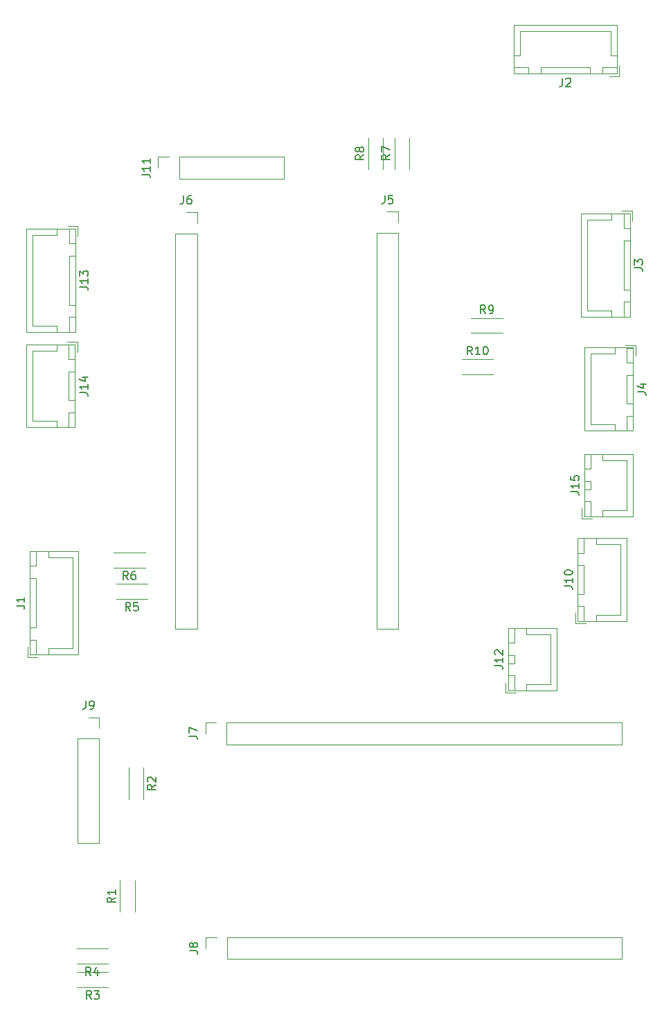
<source format=gto>
%TF.GenerationSoftware,KiCad,Pcbnew,8.0.8-8.0.8-0~ubuntu24.04.1*%
%TF.CreationDate,2025-01-19T21:35:53-03:00*%
%TF.ProjectId,conection,636f6e65-6374-4696-9f6e-2e6b69636164,rev?*%
%TF.SameCoordinates,Original*%
%TF.FileFunction,Legend,Top*%
%TF.FilePolarity,Positive*%
%FSLAX46Y46*%
G04 Gerber Fmt 4.6, Leading zero omitted, Abs format (unit mm)*
G04 Created by KiCad (PCBNEW 8.0.8-8.0.8-0~ubuntu24.04.1) date 2025-01-19 21:35:53*
%MOMM*%
%LPD*%
G01*
G04 APERTURE LIST*
%ADD10C,0.150000*%
%ADD11C,0.120000*%
G04 APERTURE END LIST*
D10*
X158974819Y-62603333D02*
X159689104Y-62603333D01*
X159689104Y-62603333D02*
X159831961Y-62650952D01*
X159831961Y-62650952D02*
X159927200Y-62746190D01*
X159927200Y-62746190D02*
X159974819Y-62889047D01*
X159974819Y-62889047D02*
X159974819Y-62984285D01*
X158974819Y-62222380D02*
X158974819Y-61603333D01*
X158974819Y-61603333D02*
X159355771Y-61936666D01*
X159355771Y-61936666D02*
X159355771Y-61793809D01*
X159355771Y-61793809D02*
X159403390Y-61698571D01*
X159403390Y-61698571D02*
X159451009Y-61650952D01*
X159451009Y-61650952D02*
X159546247Y-61603333D01*
X159546247Y-61603333D02*
X159784342Y-61603333D01*
X159784342Y-61603333D02*
X159879580Y-61650952D01*
X159879580Y-61650952D02*
X159927200Y-61698571D01*
X159927200Y-61698571D02*
X159974819Y-61793809D01*
X159974819Y-61793809D02*
X159974819Y-62079523D01*
X159974819Y-62079523D02*
X159927200Y-62174761D01*
X159927200Y-62174761D02*
X159879580Y-62222380D01*
X125884819Y-48826666D02*
X125408628Y-49159999D01*
X125884819Y-49398094D02*
X124884819Y-49398094D01*
X124884819Y-49398094D02*
X124884819Y-49017142D01*
X124884819Y-49017142D02*
X124932438Y-48921904D01*
X124932438Y-48921904D02*
X124980057Y-48874285D01*
X124980057Y-48874285D02*
X125075295Y-48826666D01*
X125075295Y-48826666D02*
X125218152Y-48826666D01*
X125218152Y-48826666D02*
X125313390Y-48874285D01*
X125313390Y-48874285D02*
X125361009Y-48921904D01*
X125361009Y-48921904D02*
X125408628Y-49017142D01*
X125408628Y-49017142D02*
X125408628Y-49398094D01*
X125313390Y-48255237D02*
X125265771Y-48350475D01*
X125265771Y-48350475D02*
X125218152Y-48398094D01*
X125218152Y-48398094D02*
X125122914Y-48445713D01*
X125122914Y-48445713D02*
X125075295Y-48445713D01*
X125075295Y-48445713D02*
X124980057Y-48398094D01*
X124980057Y-48398094D02*
X124932438Y-48350475D01*
X124932438Y-48350475D02*
X124884819Y-48255237D01*
X124884819Y-48255237D02*
X124884819Y-48064761D01*
X124884819Y-48064761D02*
X124932438Y-47969523D01*
X124932438Y-47969523D02*
X124980057Y-47921904D01*
X124980057Y-47921904D02*
X125075295Y-47874285D01*
X125075295Y-47874285D02*
X125122914Y-47874285D01*
X125122914Y-47874285D02*
X125218152Y-47921904D01*
X125218152Y-47921904D02*
X125265771Y-47969523D01*
X125265771Y-47969523D02*
X125313390Y-48064761D01*
X125313390Y-48064761D02*
X125313390Y-48255237D01*
X125313390Y-48255237D02*
X125361009Y-48350475D01*
X125361009Y-48350475D02*
X125408628Y-48398094D01*
X125408628Y-48398094D02*
X125503866Y-48445713D01*
X125503866Y-48445713D02*
X125694342Y-48445713D01*
X125694342Y-48445713D02*
X125789580Y-48398094D01*
X125789580Y-48398094D02*
X125837200Y-48350475D01*
X125837200Y-48350475D02*
X125884819Y-48255237D01*
X125884819Y-48255237D02*
X125884819Y-48064761D01*
X125884819Y-48064761D02*
X125837200Y-47969523D01*
X125837200Y-47969523D02*
X125789580Y-47921904D01*
X125789580Y-47921904D02*
X125694342Y-47874285D01*
X125694342Y-47874285D02*
X125503866Y-47874285D01*
X125503866Y-47874285D02*
X125408628Y-47921904D01*
X125408628Y-47921904D02*
X125361009Y-47969523D01*
X125361009Y-47969523D02*
X125313390Y-48064761D01*
X100424819Y-125746666D02*
X99948628Y-126079999D01*
X100424819Y-126318094D02*
X99424819Y-126318094D01*
X99424819Y-126318094D02*
X99424819Y-125937142D01*
X99424819Y-125937142D02*
X99472438Y-125841904D01*
X99472438Y-125841904D02*
X99520057Y-125794285D01*
X99520057Y-125794285D02*
X99615295Y-125746666D01*
X99615295Y-125746666D02*
X99758152Y-125746666D01*
X99758152Y-125746666D02*
X99853390Y-125794285D01*
X99853390Y-125794285D02*
X99901009Y-125841904D01*
X99901009Y-125841904D02*
X99948628Y-125937142D01*
X99948628Y-125937142D02*
X99948628Y-126318094D01*
X99520057Y-125365713D02*
X99472438Y-125318094D01*
X99472438Y-125318094D02*
X99424819Y-125222856D01*
X99424819Y-125222856D02*
X99424819Y-124984761D01*
X99424819Y-124984761D02*
X99472438Y-124889523D01*
X99472438Y-124889523D02*
X99520057Y-124841904D01*
X99520057Y-124841904D02*
X99615295Y-124794285D01*
X99615295Y-124794285D02*
X99710533Y-124794285D01*
X99710533Y-124794285D02*
X99853390Y-124841904D01*
X99853390Y-124841904D02*
X100424819Y-125413332D01*
X100424819Y-125413332D02*
X100424819Y-124794285D01*
X83414819Y-103873333D02*
X84129104Y-103873333D01*
X84129104Y-103873333D02*
X84271961Y-103920952D01*
X84271961Y-103920952D02*
X84367200Y-104016190D01*
X84367200Y-104016190D02*
X84414819Y-104159047D01*
X84414819Y-104159047D02*
X84414819Y-104254285D01*
X84414819Y-102873333D02*
X84414819Y-103444761D01*
X84414819Y-103159047D02*
X83414819Y-103159047D01*
X83414819Y-103159047D02*
X83557676Y-103254285D01*
X83557676Y-103254285D02*
X83652914Y-103349523D01*
X83652914Y-103349523D02*
X83700533Y-103444761D01*
X129084819Y-48816666D02*
X128608628Y-49149999D01*
X129084819Y-49388094D02*
X128084819Y-49388094D01*
X128084819Y-49388094D02*
X128084819Y-49007142D01*
X128084819Y-49007142D02*
X128132438Y-48911904D01*
X128132438Y-48911904D02*
X128180057Y-48864285D01*
X128180057Y-48864285D02*
X128275295Y-48816666D01*
X128275295Y-48816666D02*
X128418152Y-48816666D01*
X128418152Y-48816666D02*
X128513390Y-48864285D01*
X128513390Y-48864285D02*
X128561009Y-48911904D01*
X128561009Y-48911904D02*
X128608628Y-49007142D01*
X128608628Y-49007142D02*
X128608628Y-49388094D01*
X128084819Y-48483332D02*
X128084819Y-47816666D01*
X128084819Y-47816666D02*
X129084819Y-48245237D01*
X150404819Y-101499523D02*
X151119104Y-101499523D01*
X151119104Y-101499523D02*
X151261961Y-101547142D01*
X151261961Y-101547142D02*
X151357200Y-101642380D01*
X151357200Y-101642380D02*
X151404819Y-101785237D01*
X151404819Y-101785237D02*
X151404819Y-101880475D01*
X151404819Y-100499523D02*
X151404819Y-101070951D01*
X151404819Y-100785237D02*
X150404819Y-100785237D01*
X150404819Y-100785237D02*
X150547676Y-100880475D01*
X150547676Y-100880475D02*
X150642914Y-100975713D01*
X150642914Y-100975713D02*
X150690533Y-101070951D01*
X150404819Y-99880475D02*
X150404819Y-99785237D01*
X150404819Y-99785237D02*
X150452438Y-99689999D01*
X150452438Y-99689999D02*
X150500057Y-99642380D01*
X150500057Y-99642380D02*
X150595295Y-99594761D01*
X150595295Y-99594761D02*
X150785771Y-99547142D01*
X150785771Y-99547142D02*
X151023866Y-99547142D01*
X151023866Y-99547142D02*
X151214342Y-99594761D01*
X151214342Y-99594761D02*
X151309580Y-99642380D01*
X151309580Y-99642380D02*
X151357200Y-99689999D01*
X151357200Y-99689999D02*
X151404819Y-99785237D01*
X151404819Y-99785237D02*
X151404819Y-99880475D01*
X151404819Y-99880475D02*
X151357200Y-99975713D01*
X151357200Y-99975713D02*
X151309580Y-100023332D01*
X151309580Y-100023332D02*
X151214342Y-100070951D01*
X151214342Y-100070951D02*
X151023866Y-100118570D01*
X151023866Y-100118570D02*
X150785771Y-100118570D01*
X150785771Y-100118570D02*
X150595295Y-100070951D01*
X150595295Y-100070951D02*
X150500057Y-100023332D01*
X150500057Y-100023332D02*
X150452438Y-99975713D01*
X150452438Y-99975713D02*
X150404819Y-99880475D01*
X139157142Y-73214819D02*
X138823809Y-72738628D01*
X138585714Y-73214819D02*
X138585714Y-72214819D01*
X138585714Y-72214819D02*
X138966666Y-72214819D01*
X138966666Y-72214819D02*
X139061904Y-72262438D01*
X139061904Y-72262438D02*
X139109523Y-72310057D01*
X139109523Y-72310057D02*
X139157142Y-72405295D01*
X139157142Y-72405295D02*
X139157142Y-72548152D01*
X139157142Y-72548152D02*
X139109523Y-72643390D01*
X139109523Y-72643390D02*
X139061904Y-72691009D01*
X139061904Y-72691009D02*
X138966666Y-72738628D01*
X138966666Y-72738628D02*
X138585714Y-72738628D01*
X140109523Y-73214819D02*
X139538095Y-73214819D01*
X139823809Y-73214819D02*
X139823809Y-72214819D01*
X139823809Y-72214819D02*
X139728571Y-72357676D01*
X139728571Y-72357676D02*
X139633333Y-72452914D01*
X139633333Y-72452914D02*
X139538095Y-72500533D01*
X140728571Y-72214819D02*
X140823809Y-72214819D01*
X140823809Y-72214819D02*
X140919047Y-72262438D01*
X140919047Y-72262438D02*
X140966666Y-72310057D01*
X140966666Y-72310057D02*
X141014285Y-72405295D01*
X141014285Y-72405295D02*
X141061904Y-72595771D01*
X141061904Y-72595771D02*
X141061904Y-72833866D01*
X141061904Y-72833866D02*
X141014285Y-73024342D01*
X141014285Y-73024342D02*
X140966666Y-73119580D01*
X140966666Y-73119580D02*
X140919047Y-73167200D01*
X140919047Y-73167200D02*
X140823809Y-73214819D01*
X140823809Y-73214819D02*
X140728571Y-73214819D01*
X140728571Y-73214819D02*
X140633333Y-73167200D01*
X140633333Y-73167200D02*
X140585714Y-73119580D01*
X140585714Y-73119580D02*
X140538095Y-73024342D01*
X140538095Y-73024342D02*
X140490476Y-72833866D01*
X140490476Y-72833866D02*
X140490476Y-72595771D01*
X140490476Y-72595771D02*
X140538095Y-72405295D01*
X140538095Y-72405295D02*
X140585714Y-72310057D01*
X140585714Y-72310057D02*
X140633333Y-72262438D01*
X140633333Y-72262438D02*
X140728571Y-72214819D01*
X98744819Y-51219523D02*
X99459104Y-51219523D01*
X99459104Y-51219523D02*
X99601961Y-51267142D01*
X99601961Y-51267142D02*
X99697200Y-51362380D01*
X99697200Y-51362380D02*
X99744819Y-51505237D01*
X99744819Y-51505237D02*
X99744819Y-51600475D01*
X99744819Y-50219523D02*
X99744819Y-50790951D01*
X99744819Y-50505237D02*
X98744819Y-50505237D01*
X98744819Y-50505237D02*
X98887676Y-50600475D01*
X98887676Y-50600475D02*
X98982914Y-50695713D01*
X98982914Y-50695713D02*
X99030533Y-50790951D01*
X99744819Y-49267142D02*
X99744819Y-49838570D01*
X99744819Y-49552856D02*
X98744819Y-49552856D01*
X98744819Y-49552856D02*
X98887676Y-49648094D01*
X98887676Y-49648094D02*
X98982914Y-49743332D01*
X98982914Y-49743332D02*
X99030533Y-49838570D01*
X97073333Y-100684819D02*
X96740000Y-100208628D01*
X96501905Y-100684819D02*
X96501905Y-99684819D01*
X96501905Y-99684819D02*
X96882857Y-99684819D01*
X96882857Y-99684819D02*
X96978095Y-99732438D01*
X96978095Y-99732438D02*
X97025714Y-99780057D01*
X97025714Y-99780057D02*
X97073333Y-99875295D01*
X97073333Y-99875295D02*
X97073333Y-100018152D01*
X97073333Y-100018152D02*
X97025714Y-100113390D01*
X97025714Y-100113390D02*
X96978095Y-100161009D01*
X96978095Y-100161009D02*
X96882857Y-100208628D01*
X96882857Y-100208628D02*
X96501905Y-100208628D01*
X97930476Y-99684819D02*
X97740000Y-99684819D01*
X97740000Y-99684819D02*
X97644762Y-99732438D01*
X97644762Y-99732438D02*
X97597143Y-99780057D01*
X97597143Y-99780057D02*
X97501905Y-99922914D01*
X97501905Y-99922914D02*
X97454286Y-100113390D01*
X97454286Y-100113390D02*
X97454286Y-100494342D01*
X97454286Y-100494342D02*
X97501905Y-100589580D01*
X97501905Y-100589580D02*
X97549524Y-100637200D01*
X97549524Y-100637200D02*
X97644762Y-100684819D01*
X97644762Y-100684819D02*
X97835238Y-100684819D01*
X97835238Y-100684819D02*
X97930476Y-100637200D01*
X97930476Y-100637200D02*
X97978095Y-100589580D01*
X97978095Y-100589580D02*
X98025714Y-100494342D01*
X98025714Y-100494342D02*
X98025714Y-100256247D01*
X98025714Y-100256247D02*
X97978095Y-100161009D01*
X97978095Y-100161009D02*
X97930476Y-100113390D01*
X97930476Y-100113390D02*
X97835238Y-100065771D01*
X97835238Y-100065771D02*
X97644762Y-100065771D01*
X97644762Y-100065771D02*
X97549524Y-100113390D01*
X97549524Y-100113390D02*
X97501905Y-100161009D01*
X97501905Y-100161009D02*
X97454286Y-100256247D01*
X103836666Y-53824819D02*
X103836666Y-54539104D01*
X103836666Y-54539104D02*
X103789047Y-54681961D01*
X103789047Y-54681961D02*
X103693809Y-54777200D01*
X103693809Y-54777200D02*
X103550952Y-54824819D01*
X103550952Y-54824819D02*
X103455714Y-54824819D01*
X104741428Y-53824819D02*
X104550952Y-53824819D01*
X104550952Y-53824819D02*
X104455714Y-53872438D01*
X104455714Y-53872438D02*
X104408095Y-53920057D01*
X104408095Y-53920057D02*
X104312857Y-54062914D01*
X104312857Y-54062914D02*
X104265238Y-54253390D01*
X104265238Y-54253390D02*
X104265238Y-54634342D01*
X104265238Y-54634342D02*
X104312857Y-54729580D01*
X104312857Y-54729580D02*
X104360476Y-54777200D01*
X104360476Y-54777200D02*
X104455714Y-54824819D01*
X104455714Y-54824819D02*
X104646190Y-54824819D01*
X104646190Y-54824819D02*
X104741428Y-54777200D01*
X104741428Y-54777200D02*
X104789047Y-54729580D01*
X104789047Y-54729580D02*
X104836666Y-54634342D01*
X104836666Y-54634342D02*
X104836666Y-54396247D01*
X104836666Y-54396247D02*
X104789047Y-54301009D01*
X104789047Y-54301009D02*
X104741428Y-54253390D01*
X104741428Y-54253390D02*
X104646190Y-54205771D01*
X104646190Y-54205771D02*
X104455714Y-54205771D01*
X104455714Y-54205771D02*
X104360476Y-54253390D01*
X104360476Y-54253390D02*
X104312857Y-54301009D01*
X104312857Y-54301009D02*
X104265238Y-54396247D01*
X140763333Y-68194819D02*
X140430000Y-67718628D01*
X140191905Y-68194819D02*
X140191905Y-67194819D01*
X140191905Y-67194819D02*
X140572857Y-67194819D01*
X140572857Y-67194819D02*
X140668095Y-67242438D01*
X140668095Y-67242438D02*
X140715714Y-67290057D01*
X140715714Y-67290057D02*
X140763333Y-67385295D01*
X140763333Y-67385295D02*
X140763333Y-67528152D01*
X140763333Y-67528152D02*
X140715714Y-67623390D01*
X140715714Y-67623390D02*
X140668095Y-67671009D01*
X140668095Y-67671009D02*
X140572857Y-67718628D01*
X140572857Y-67718628D02*
X140191905Y-67718628D01*
X141239524Y-68194819D02*
X141430000Y-68194819D01*
X141430000Y-68194819D02*
X141525238Y-68147200D01*
X141525238Y-68147200D02*
X141572857Y-68099580D01*
X141572857Y-68099580D02*
X141668095Y-67956723D01*
X141668095Y-67956723D02*
X141715714Y-67766247D01*
X141715714Y-67766247D02*
X141715714Y-67385295D01*
X141715714Y-67385295D02*
X141668095Y-67290057D01*
X141668095Y-67290057D02*
X141620476Y-67242438D01*
X141620476Y-67242438D02*
X141525238Y-67194819D01*
X141525238Y-67194819D02*
X141334762Y-67194819D01*
X141334762Y-67194819D02*
X141239524Y-67242438D01*
X141239524Y-67242438D02*
X141191905Y-67290057D01*
X141191905Y-67290057D02*
X141144286Y-67385295D01*
X141144286Y-67385295D02*
X141144286Y-67623390D01*
X141144286Y-67623390D02*
X141191905Y-67718628D01*
X141191905Y-67718628D02*
X141239524Y-67766247D01*
X141239524Y-67766247D02*
X141334762Y-67813866D01*
X141334762Y-67813866D02*
X141525238Y-67813866D01*
X141525238Y-67813866D02*
X141620476Y-67766247D01*
X141620476Y-67766247D02*
X141668095Y-67718628D01*
X141668095Y-67718628D02*
X141715714Y-67623390D01*
X91896666Y-115524819D02*
X91896666Y-116239104D01*
X91896666Y-116239104D02*
X91849047Y-116381961D01*
X91849047Y-116381961D02*
X91753809Y-116477200D01*
X91753809Y-116477200D02*
X91610952Y-116524819D01*
X91610952Y-116524819D02*
X91515714Y-116524819D01*
X92420476Y-116524819D02*
X92610952Y-116524819D01*
X92610952Y-116524819D02*
X92706190Y-116477200D01*
X92706190Y-116477200D02*
X92753809Y-116429580D01*
X92753809Y-116429580D02*
X92849047Y-116286723D01*
X92849047Y-116286723D02*
X92896666Y-116096247D01*
X92896666Y-116096247D02*
X92896666Y-115715295D01*
X92896666Y-115715295D02*
X92849047Y-115620057D01*
X92849047Y-115620057D02*
X92801428Y-115572438D01*
X92801428Y-115572438D02*
X92706190Y-115524819D01*
X92706190Y-115524819D02*
X92515714Y-115524819D01*
X92515714Y-115524819D02*
X92420476Y-115572438D01*
X92420476Y-115572438D02*
X92372857Y-115620057D01*
X92372857Y-115620057D02*
X92325238Y-115715295D01*
X92325238Y-115715295D02*
X92325238Y-115953390D01*
X92325238Y-115953390D02*
X92372857Y-116048628D01*
X92372857Y-116048628D02*
X92420476Y-116096247D01*
X92420476Y-116096247D02*
X92515714Y-116143866D01*
X92515714Y-116143866D02*
X92706190Y-116143866D01*
X92706190Y-116143866D02*
X92801428Y-116096247D01*
X92801428Y-116096247D02*
X92849047Y-116048628D01*
X92849047Y-116048628D02*
X92896666Y-115953390D01*
X104574819Y-146033333D02*
X105289104Y-146033333D01*
X105289104Y-146033333D02*
X105431961Y-146080952D01*
X105431961Y-146080952D02*
X105527200Y-146176190D01*
X105527200Y-146176190D02*
X105574819Y-146319047D01*
X105574819Y-146319047D02*
X105574819Y-146414285D01*
X105003390Y-145414285D02*
X104955771Y-145509523D01*
X104955771Y-145509523D02*
X104908152Y-145557142D01*
X104908152Y-145557142D02*
X104812914Y-145604761D01*
X104812914Y-145604761D02*
X104765295Y-145604761D01*
X104765295Y-145604761D02*
X104670057Y-145557142D01*
X104670057Y-145557142D02*
X104622438Y-145509523D01*
X104622438Y-145509523D02*
X104574819Y-145414285D01*
X104574819Y-145414285D02*
X104574819Y-145223809D01*
X104574819Y-145223809D02*
X104622438Y-145128571D01*
X104622438Y-145128571D02*
X104670057Y-145080952D01*
X104670057Y-145080952D02*
X104765295Y-145033333D01*
X104765295Y-145033333D02*
X104812914Y-145033333D01*
X104812914Y-145033333D02*
X104908152Y-145080952D01*
X104908152Y-145080952D02*
X104955771Y-145128571D01*
X104955771Y-145128571D02*
X105003390Y-145223809D01*
X105003390Y-145223809D02*
X105003390Y-145414285D01*
X105003390Y-145414285D02*
X105051009Y-145509523D01*
X105051009Y-145509523D02*
X105098628Y-145557142D01*
X105098628Y-145557142D02*
X105193866Y-145604761D01*
X105193866Y-145604761D02*
X105384342Y-145604761D01*
X105384342Y-145604761D02*
X105479580Y-145557142D01*
X105479580Y-145557142D02*
X105527200Y-145509523D01*
X105527200Y-145509523D02*
X105574819Y-145414285D01*
X105574819Y-145414285D02*
X105574819Y-145223809D01*
X105574819Y-145223809D02*
X105527200Y-145128571D01*
X105527200Y-145128571D02*
X105479580Y-145080952D01*
X105479580Y-145080952D02*
X105384342Y-145033333D01*
X105384342Y-145033333D02*
X105193866Y-145033333D01*
X105193866Y-145033333D02*
X105098628Y-145080952D01*
X105098628Y-145080952D02*
X105051009Y-145128571D01*
X105051009Y-145128571D02*
X105003390Y-145223809D01*
X150196666Y-39464819D02*
X150196666Y-40179104D01*
X150196666Y-40179104D02*
X150149047Y-40321961D01*
X150149047Y-40321961D02*
X150053809Y-40417200D01*
X150053809Y-40417200D02*
X149910952Y-40464819D01*
X149910952Y-40464819D02*
X149815714Y-40464819D01*
X150625238Y-39560057D02*
X150672857Y-39512438D01*
X150672857Y-39512438D02*
X150768095Y-39464819D01*
X150768095Y-39464819D02*
X151006190Y-39464819D01*
X151006190Y-39464819D02*
X151101428Y-39512438D01*
X151101428Y-39512438D02*
X151149047Y-39560057D01*
X151149047Y-39560057D02*
X151196666Y-39655295D01*
X151196666Y-39655295D02*
X151196666Y-39750533D01*
X151196666Y-39750533D02*
X151149047Y-39893390D01*
X151149047Y-39893390D02*
X150577619Y-40464819D01*
X150577619Y-40464819D02*
X151196666Y-40464819D01*
X92523333Y-149044819D02*
X92190000Y-148568628D01*
X91951905Y-149044819D02*
X91951905Y-148044819D01*
X91951905Y-148044819D02*
X92332857Y-148044819D01*
X92332857Y-148044819D02*
X92428095Y-148092438D01*
X92428095Y-148092438D02*
X92475714Y-148140057D01*
X92475714Y-148140057D02*
X92523333Y-148235295D01*
X92523333Y-148235295D02*
X92523333Y-148378152D01*
X92523333Y-148378152D02*
X92475714Y-148473390D01*
X92475714Y-148473390D02*
X92428095Y-148521009D01*
X92428095Y-148521009D02*
X92332857Y-148568628D01*
X92332857Y-148568628D02*
X91951905Y-148568628D01*
X93380476Y-148378152D02*
X93380476Y-149044819D01*
X93142381Y-147997200D02*
X92904286Y-148711485D01*
X92904286Y-148711485D02*
X93523333Y-148711485D01*
X128446666Y-53784819D02*
X128446666Y-54499104D01*
X128446666Y-54499104D02*
X128399047Y-54641961D01*
X128399047Y-54641961D02*
X128303809Y-54737200D01*
X128303809Y-54737200D02*
X128160952Y-54784819D01*
X128160952Y-54784819D02*
X128065714Y-54784819D01*
X129399047Y-53784819D02*
X128922857Y-53784819D01*
X128922857Y-53784819D02*
X128875238Y-54261009D01*
X128875238Y-54261009D02*
X128922857Y-54213390D01*
X128922857Y-54213390D02*
X129018095Y-54165771D01*
X129018095Y-54165771D02*
X129256190Y-54165771D01*
X129256190Y-54165771D02*
X129351428Y-54213390D01*
X129351428Y-54213390D02*
X129399047Y-54261009D01*
X129399047Y-54261009D02*
X129446666Y-54356247D01*
X129446666Y-54356247D02*
X129446666Y-54594342D01*
X129446666Y-54594342D02*
X129399047Y-54689580D01*
X129399047Y-54689580D02*
X129351428Y-54737200D01*
X129351428Y-54737200D02*
X129256190Y-54784819D01*
X129256190Y-54784819D02*
X129018095Y-54784819D01*
X129018095Y-54784819D02*
X128922857Y-54737200D01*
X128922857Y-54737200D02*
X128875238Y-54689580D01*
X97363333Y-104494819D02*
X97030000Y-104018628D01*
X96791905Y-104494819D02*
X96791905Y-103494819D01*
X96791905Y-103494819D02*
X97172857Y-103494819D01*
X97172857Y-103494819D02*
X97268095Y-103542438D01*
X97268095Y-103542438D02*
X97315714Y-103590057D01*
X97315714Y-103590057D02*
X97363333Y-103685295D01*
X97363333Y-103685295D02*
X97363333Y-103828152D01*
X97363333Y-103828152D02*
X97315714Y-103923390D01*
X97315714Y-103923390D02*
X97268095Y-103971009D01*
X97268095Y-103971009D02*
X97172857Y-104018628D01*
X97172857Y-104018628D02*
X96791905Y-104018628D01*
X98268095Y-103494819D02*
X97791905Y-103494819D01*
X97791905Y-103494819D02*
X97744286Y-103971009D01*
X97744286Y-103971009D02*
X97791905Y-103923390D01*
X97791905Y-103923390D02*
X97887143Y-103875771D01*
X97887143Y-103875771D02*
X98125238Y-103875771D01*
X98125238Y-103875771D02*
X98220476Y-103923390D01*
X98220476Y-103923390D02*
X98268095Y-103971009D01*
X98268095Y-103971009D02*
X98315714Y-104066247D01*
X98315714Y-104066247D02*
X98315714Y-104304342D01*
X98315714Y-104304342D02*
X98268095Y-104399580D01*
X98268095Y-104399580D02*
X98220476Y-104447200D01*
X98220476Y-104447200D02*
X98125238Y-104494819D01*
X98125238Y-104494819D02*
X97887143Y-104494819D01*
X97887143Y-104494819D02*
X97791905Y-104447200D01*
X97791905Y-104447200D02*
X97744286Y-104399580D01*
X95514819Y-139516666D02*
X95038628Y-139849999D01*
X95514819Y-140088094D02*
X94514819Y-140088094D01*
X94514819Y-140088094D02*
X94514819Y-139707142D01*
X94514819Y-139707142D02*
X94562438Y-139611904D01*
X94562438Y-139611904D02*
X94610057Y-139564285D01*
X94610057Y-139564285D02*
X94705295Y-139516666D01*
X94705295Y-139516666D02*
X94848152Y-139516666D01*
X94848152Y-139516666D02*
X94943390Y-139564285D01*
X94943390Y-139564285D02*
X94991009Y-139611904D01*
X94991009Y-139611904D02*
X95038628Y-139707142D01*
X95038628Y-139707142D02*
X95038628Y-140088094D01*
X95514819Y-138564285D02*
X95514819Y-139135713D01*
X95514819Y-138849999D02*
X94514819Y-138849999D01*
X94514819Y-138849999D02*
X94657676Y-138945237D01*
X94657676Y-138945237D02*
X94752914Y-139040475D01*
X94752914Y-139040475D02*
X94800533Y-139135713D01*
X159374819Y-77763333D02*
X160089104Y-77763333D01*
X160089104Y-77763333D02*
X160231961Y-77810952D01*
X160231961Y-77810952D02*
X160327200Y-77906190D01*
X160327200Y-77906190D02*
X160374819Y-78049047D01*
X160374819Y-78049047D02*
X160374819Y-78144285D01*
X159708152Y-76858571D02*
X160374819Y-76858571D01*
X159327200Y-77096666D02*
X160041485Y-77334761D01*
X160041485Y-77334761D02*
X160041485Y-76715714D01*
X92573333Y-151914819D02*
X92240000Y-151438628D01*
X92001905Y-151914819D02*
X92001905Y-150914819D01*
X92001905Y-150914819D02*
X92382857Y-150914819D01*
X92382857Y-150914819D02*
X92478095Y-150962438D01*
X92478095Y-150962438D02*
X92525714Y-151010057D01*
X92525714Y-151010057D02*
X92573333Y-151105295D01*
X92573333Y-151105295D02*
X92573333Y-151248152D01*
X92573333Y-151248152D02*
X92525714Y-151343390D01*
X92525714Y-151343390D02*
X92478095Y-151391009D01*
X92478095Y-151391009D02*
X92382857Y-151438628D01*
X92382857Y-151438628D02*
X92001905Y-151438628D01*
X92906667Y-150914819D02*
X93525714Y-150914819D01*
X93525714Y-150914819D02*
X93192381Y-151295771D01*
X93192381Y-151295771D02*
X93335238Y-151295771D01*
X93335238Y-151295771D02*
X93430476Y-151343390D01*
X93430476Y-151343390D02*
X93478095Y-151391009D01*
X93478095Y-151391009D02*
X93525714Y-151486247D01*
X93525714Y-151486247D02*
X93525714Y-151724342D01*
X93525714Y-151724342D02*
X93478095Y-151819580D01*
X93478095Y-151819580D02*
X93430476Y-151867200D01*
X93430476Y-151867200D02*
X93335238Y-151914819D01*
X93335238Y-151914819D02*
X93049524Y-151914819D01*
X93049524Y-151914819D02*
X92954286Y-151867200D01*
X92954286Y-151867200D02*
X92906667Y-151819580D01*
X91174819Y-64949523D02*
X91889104Y-64949523D01*
X91889104Y-64949523D02*
X92031961Y-64997142D01*
X92031961Y-64997142D02*
X92127200Y-65092380D01*
X92127200Y-65092380D02*
X92174819Y-65235237D01*
X92174819Y-65235237D02*
X92174819Y-65330475D01*
X92174819Y-63949523D02*
X92174819Y-64520951D01*
X92174819Y-64235237D02*
X91174819Y-64235237D01*
X91174819Y-64235237D02*
X91317676Y-64330475D01*
X91317676Y-64330475D02*
X91412914Y-64425713D01*
X91412914Y-64425713D02*
X91460533Y-64520951D01*
X91174819Y-63616189D02*
X91174819Y-62997142D01*
X91174819Y-62997142D02*
X91555771Y-63330475D01*
X91555771Y-63330475D02*
X91555771Y-63187618D01*
X91555771Y-63187618D02*
X91603390Y-63092380D01*
X91603390Y-63092380D02*
X91651009Y-63044761D01*
X91651009Y-63044761D02*
X91746247Y-62997142D01*
X91746247Y-62997142D02*
X91984342Y-62997142D01*
X91984342Y-62997142D02*
X92079580Y-63044761D01*
X92079580Y-63044761D02*
X92127200Y-63092380D01*
X92127200Y-63092380D02*
X92174819Y-63187618D01*
X92174819Y-63187618D02*
X92174819Y-63473332D01*
X92174819Y-63473332D02*
X92127200Y-63568570D01*
X92127200Y-63568570D02*
X92079580Y-63616189D01*
X151194819Y-89959523D02*
X151909104Y-89959523D01*
X151909104Y-89959523D02*
X152051961Y-90007142D01*
X152051961Y-90007142D02*
X152147200Y-90102380D01*
X152147200Y-90102380D02*
X152194819Y-90245237D01*
X152194819Y-90245237D02*
X152194819Y-90340475D01*
X152194819Y-88959523D02*
X152194819Y-89530951D01*
X152194819Y-89245237D02*
X151194819Y-89245237D01*
X151194819Y-89245237D02*
X151337676Y-89340475D01*
X151337676Y-89340475D02*
X151432914Y-89435713D01*
X151432914Y-89435713D02*
X151480533Y-89530951D01*
X151194819Y-88054761D02*
X151194819Y-88530951D01*
X151194819Y-88530951D02*
X151671009Y-88578570D01*
X151671009Y-88578570D02*
X151623390Y-88530951D01*
X151623390Y-88530951D02*
X151575771Y-88435713D01*
X151575771Y-88435713D02*
X151575771Y-88197618D01*
X151575771Y-88197618D02*
X151623390Y-88102380D01*
X151623390Y-88102380D02*
X151671009Y-88054761D01*
X151671009Y-88054761D02*
X151766247Y-88007142D01*
X151766247Y-88007142D02*
X152004342Y-88007142D01*
X152004342Y-88007142D02*
X152099580Y-88054761D01*
X152099580Y-88054761D02*
X152147200Y-88102380D01*
X152147200Y-88102380D02*
X152194819Y-88197618D01*
X152194819Y-88197618D02*
X152194819Y-88435713D01*
X152194819Y-88435713D02*
X152147200Y-88530951D01*
X152147200Y-88530951D02*
X152099580Y-88578570D01*
X104534819Y-119813333D02*
X105249104Y-119813333D01*
X105249104Y-119813333D02*
X105391961Y-119860952D01*
X105391961Y-119860952D02*
X105487200Y-119956190D01*
X105487200Y-119956190D02*
X105534819Y-120099047D01*
X105534819Y-120099047D02*
X105534819Y-120194285D01*
X104534819Y-119432380D02*
X104534819Y-118765714D01*
X104534819Y-118765714D02*
X105534819Y-119194285D01*
X91124819Y-77849523D02*
X91839104Y-77849523D01*
X91839104Y-77849523D02*
X91981961Y-77897142D01*
X91981961Y-77897142D02*
X92077200Y-77992380D01*
X92077200Y-77992380D02*
X92124819Y-78135237D01*
X92124819Y-78135237D02*
X92124819Y-78230475D01*
X92124819Y-76849523D02*
X92124819Y-77420951D01*
X92124819Y-77135237D02*
X91124819Y-77135237D01*
X91124819Y-77135237D02*
X91267676Y-77230475D01*
X91267676Y-77230475D02*
X91362914Y-77325713D01*
X91362914Y-77325713D02*
X91410533Y-77420951D01*
X91458152Y-75992380D02*
X92124819Y-75992380D01*
X91077200Y-76230475D02*
X91791485Y-76468570D01*
X91791485Y-76468570D02*
X91791485Y-75849523D01*
X141884819Y-111229523D02*
X142599104Y-111229523D01*
X142599104Y-111229523D02*
X142741961Y-111277142D01*
X142741961Y-111277142D02*
X142837200Y-111372380D01*
X142837200Y-111372380D02*
X142884819Y-111515237D01*
X142884819Y-111515237D02*
X142884819Y-111610475D01*
X142884819Y-110229523D02*
X142884819Y-110800951D01*
X142884819Y-110515237D02*
X141884819Y-110515237D01*
X141884819Y-110515237D02*
X142027676Y-110610475D01*
X142027676Y-110610475D02*
X142122914Y-110705713D01*
X142122914Y-110705713D02*
X142170533Y-110800951D01*
X141980057Y-109848570D02*
X141932438Y-109800951D01*
X141932438Y-109800951D02*
X141884819Y-109705713D01*
X141884819Y-109705713D02*
X141884819Y-109467618D01*
X141884819Y-109467618D02*
X141932438Y-109372380D01*
X141932438Y-109372380D02*
X141980057Y-109324761D01*
X141980057Y-109324761D02*
X142075295Y-109277142D01*
X142075295Y-109277142D02*
X142170533Y-109277142D01*
X142170533Y-109277142D02*
X142313390Y-109324761D01*
X142313390Y-109324761D02*
X142884819Y-109896189D01*
X142884819Y-109896189D02*
X142884819Y-109277142D01*
D11*
%TO.C,J3*%
X152460000Y-55960000D02*
X152460000Y-68580000D01*
X152460000Y-68580000D02*
X158430000Y-68580000D01*
X153220000Y-56720000D02*
X153220000Y-62270000D01*
X153220000Y-67820000D02*
X153220000Y-62270000D01*
X156170000Y-55970000D02*
X156170000Y-56720000D01*
X156170000Y-56720000D02*
X153220000Y-56720000D01*
X156170000Y-67820000D02*
X153220000Y-67820000D01*
X156170000Y-68570000D02*
X156170000Y-67820000D01*
X157670000Y-55970000D02*
X157670000Y-57770000D01*
X157670000Y-57770000D02*
X158420000Y-57770000D01*
X157670000Y-59270000D02*
X157670000Y-65270000D01*
X157670000Y-65270000D02*
X158420000Y-65270000D01*
X157670000Y-66770000D02*
X157670000Y-68570000D01*
X157670000Y-68570000D02*
X158420000Y-68570000D01*
X158420000Y-55970000D02*
X157670000Y-55970000D01*
X158420000Y-57770000D02*
X158420000Y-55970000D01*
X158420000Y-59270000D02*
X157670000Y-59270000D01*
X158420000Y-65270000D02*
X158420000Y-59270000D01*
X158420000Y-66770000D02*
X157670000Y-66770000D01*
X158420000Y-68570000D02*
X158420000Y-66770000D01*
X158430000Y-55960000D02*
X152460000Y-55960000D01*
X158430000Y-68580000D02*
X158430000Y-55960000D01*
X158720000Y-55670000D02*
X157470000Y-55670000D01*
X158720000Y-56920000D02*
X158720000Y-55670000D01*
%TO.C,R8*%
X126430000Y-50580000D02*
X126430000Y-46740000D01*
X128270000Y-50580000D02*
X128270000Y-46740000D01*
%TO.C,R2*%
X97130000Y-123660000D02*
X97130000Y-127500000D01*
X98970000Y-123660000D02*
X98970000Y-127500000D01*
%TO.C,J1*%
X84760000Y-108890000D02*
X84760000Y-110140000D01*
X84760000Y-110140000D02*
X86010000Y-110140000D01*
X85050000Y-97230000D02*
X85050000Y-109850000D01*
X85050000Y-109850000D02*
X91020000Y-109850000D01*
X85060000Y-97240000D02*
X85060000Y-99040000D01*
X85060000Y-99040000D02*
X85810000Y-99040000D01*
X85060000Y-100540000D02*
X85060000Y-106540000D01*
X85060000Y-106540000D02*
X85810000Y-106540000D01*
X85060000Y-108040000D02*
X85060000Y-109840000D01*
X85060000Y-109840000D02*
X85810000Y-109840000D01*
X85810000Y-97240000D02*
X85060000Y-97240000D01*
X85810000Y-99040000D02*
X85810000Y-97240000D01*
X85810000Y-100540000D02*
X85060000Y-100540000D01*
X85810000Y-106540000D02*
X85810000Y-100540000D01*
X85810000Y-108040000D02*
X85060000Y-108040000D01*
X85810000Y-109840000D02*
X85810000Y-108040000D01*
X87310000Y-97240000D02*
X87310000Y-97990000D01*
X87310000Y-97990000D02*
X90260000Y-97990000D01*
X87310000Y-109090000D02*
X90260000Y-109090000D01*
X87310000Y-109840000D02*
X87310000Y-109090000D01*
X90260000Y-97990000D02*
X90260000Y-103540000D01*
X90260000Y-109090000D02*
X90260000Y-103540000D01*
X91020000Y-97230000D02*
X85050000Y-97230000D01*
X91020000Y-109850000D02*
X91020000Y-97230000D01*
%TO.C,R7*%
X129630000Y-50570000D02*
X129630000Y-46730000D01*
X131470000Y-50570000D02*
X131470000Y-46730000D01*
%TO.C,J10*%
X158010000Y-105750000D02*
X158010000Y-95630000D01*
X158010000Y-95630000D02*
X152040000Y-95630000D01*
X157250000Y-104990000D02*
X157250000Y-100690000D01*
X157250000Y-96390000D02*
X157250000Y-100690000D01*
X154300000Y-105740000D02*
X154300000Y-104990000D01*
X154300000Y-104990000D02*
X157250000Y-104990000D01*
X154300000Y-96390000D02*
X157250000Y-96390000D01*
X154300000Y-95640000D02*
X154300000Y-96390000D01*
X152800000Y-105740000D02*
X152800000Y-103940000D01*
X152800000Y-103940000D02*
X152050000Y-103940000D01*
X152800000Y-102440000D02*
X152800000Y-98940000D01*
X152800000Y-98940000D02*
X152050000Y-98940000D01*
X152800000Y-97440000D02*
X152800000Y-95640000D01*
X152800000Y-95640000D02*
X152050000Y-95640000D01*
X152050000Y-105740000D02*
X152800000Y-105740000D01*
X152050000Y-103940000D02*
X152050000Y-105740000D01*
X152050000Y-102440000D02*
X152800000Y-102440000D01*
X152050000Y-98940000D02*
X152050000Y-102440000D01*
X152050000Y-97440000D02*
X152800000Y-97440000D01*
X152050000Y-95640000D02*
X152050000Y-97440000D01*
X152040000Y-105750000D02*
X158010000Y-105750000D01*
X152040000Y-95630000D02*
X152040000Y-105750000D01*
X151750000Y-106040000D02*
X153000000Y-106040000D01*
X151750000Y-104790000D02*
X151750000Y-106040000D01*
%TO.C,R10*%
X137880000Y-73760000D02*
X141720000Y-73760000D01*
X137880000Y-75600000D02*
X141720000Y-75600000D01*
%TO.C,J11*%
X100730000Y-49080000D02*
X102060000Y-49080000D01*
X100730000Y-50410000D02*
X100730000Y-49080000D01*
X103330000Y-49080000D02*
X116090000Y-49080000D01*
X103330000Y-51740000D02*
X103330000Y-49080000D01*
X103330000Y-51740000D02*
X116090000Y-51740000D01*
X116090000Y-51740000D02*
X116090000Y-49080000D01*
%TO.C,R6*%
X99160000Y-97390000D02*
X95320000Y-97390000D01*
X99160000Y-99230000D02*
X95320000Y-99230000D01*
%TO.C,J6*%
X102840000Y-58410000D02*
X102840000Y-106730000D01*
X102840000Y-58410000D02*
X105500000Y-58410000D01*
X102840000Y-106730000D02*
X105500000Y-106730000D01*
X104170000Y-55810000D02*
X105500000Y-55810000D01*
X105500000Y-55810000D02*
X105500000Y-57140000D01*
X105500000Y-58410000D02*
X105500000Y-106730000D01*
%TO.C,R9*%
X139010000Y-68740000D02*
X142850000Y-68740000D01*
X139010000Y-70580000D02*
X142850000Y-70580000D01*
%TO.C,J9*%
X90900000Y-120110000D02*
X90900000Y-132870000D01*
X90900000Y-120110000D02*
X93560000Y-120110000D01*
X90900000Y-132870000D02*
X93560000Y-132870000D01*
X92230000Y-117510000D02*
X93560000Y-117510000D01*
X93560000Y-117510000D02*
X93560000Y-118840000D01*
X93560000Y-120110000D02*
X93560000Y-132870000D01*
%TO.C,J8*%
X157480000Y-147030000D02*
X157480000Y-144370000D01*
X109160000Y-147030000D02*
X157480000Y-147030000D01*
X109160000Y-147030000D02*
X109160000Y-144370000D01*
X109160000Y-144370000D02*
X157480000Y-144370000D01*
X106560000Y-145700000D02*
X106560000Y-144370000D01*
X106560000Y-144370000D02*
X107890000Y-144370000D01*
%TO.C,J2*%
X157130000Y-39210000D02*
X157130000Y-37960000D01*
X156840000Y-38920000D02*
X156840000Y-32950000D01*
X156840000Y-32950000D02*
X144220000Y-32950000D01*
X156830000Y-38910000D02*
X156830000Y-38160000D01*
X156830000Y-38160000D02*
X155030000Y-38160000D01*
X156830000Y-36660000D02*
X156080000Y-36660000D01*
X156080000Y-36660000D02*
X156080000Y-33710000D01*
X156080000Y-33710000D02*
X150530000Y-33710000D01*
X155880000Y-39210000D02*
X157130000Y-39210000D01*
X155030000Y-38910000D02*
X156830000Y-38910000D01*
X155030000Y-38160000D02*
X155030000Y-38910000D01*
X153530000Y-38910000D02*
X153530000Y-38160000D01*
X153530000Y-38160000D02*
X147530000Y-38160000D01*
X147530000Y-38910000D02*
X153530000Y-38910000D01*
X147530000Y-38160000D02*
X147530000Y-38910000D01*
X146030000Y-38910000D02*
X146030000Y-38160000D01*
X146030000Y-38160000D02*
X144230000Y-38160000D01*
X144980000Y-36660000D02*
X144980000Y-33710000D01*
X144980000Y-33710000D02*
X150530000Y-33710000D01*
X144230000Y-38910000D02*
X146030000Y-38910000D01*
X144230000Y-38160000D02*
X144230000Y-38910000D01*
X144230000Y-36660000D02*
X144980000Y-36660000D01*
X144220000Y-38920000D02*
X156840000Y-38920000D01*
X144220000Y-32950000D02*
X144220000Y-38920000D01*
%TO.C,R4*%
X94610000Y-145750000D02*
X90770000Y-145750000D01*
X94610000Y-147590000D02*
X90770000Y-147590000D01*
%TO.C,J5*%
X127450000Y-58370000D02*
X127450000Y-106690000D01*
X127450000Y-58370000D02*
X130110000Y-58370000D01*
X127450000Y-106690000D02*
X130110000Y-106690000D01*
X128780000Y-55770000D02*
X130110000Y-55770000D01*
X130110000Y-55770000D02*
X130110000Y-57100000D01*
X130110000Y-58370000D02*
X130110000Y-106690000D01*
%TO.C,R5*%
X99450000Y-101200000D02*
X95610000Y-101200000D01*
X99450000Y-103040000D02*
X95610000Y-103040000D01*
%TO.C,R1*%
X96060000Y-141270000D02*
X96060000Y-137430000D01*
X97900000Y-141270000D02*
X97900000Y-137430000D01*
%TO.C,J4*%
X159120000Y-73330000D02*
X159120000Y-72080000D01*
X159120000Y-72080000D02*
X157870000Y-72080000D01*
X158830000Y-82490000D02*
X158830000Y-72370000D01*
X158830000Y-72370000D02*
X152860000Y-72370000D01*
X158820000Y-82480000D02*
X158820000Y-80680000D01*
X158820000Y-80680000D02*
X158070000Y-80680000D01*
X158820000Y-79180000D02*
X158820000Y-75680000D01*
X158820000Y-75680000D02*
X158070000Y-75680000D01*
X158820000Y-74180000D02*
X158820000Y-72380000D01*
X158820000Y-72380000D02*
X158070000Y-72380000D01*
X158070000Y-82480000D02*
X158820000Y-82480000D01*
X158070000Y-80680000D02*
X158070000Y-82480000D01*
X158070000Y-79180000D02*
X158820000Y-79180000D01*
X158070000Y-75680000D02*
X158070000Y-79180000D01*
X158070000Y-74180000D02*
X158820000Y-74180000D01*
X158070000Y-72380000D02*
X158070000Y-74180000D01*
X156570000Y-82480000D02*
X156570000Y-81730000D01*
X156570000Y-81730000D02*
X153620000Y-81730000D01*
X156570000Y-73130000D02*
X153620000Y-73130000D01*
X156570000Y-72380000D02*
X156570000Y-73130000D01*
X153620000Y-81730000D02*
X153620000Y-77430000D01*
X153620000Y-73130000D02*
X153620000Y-77430000D01*
X152860000Y-82490000D02*
X158830000Y-82490000D01*
X152860000Y-72370000D02*
X152860000Y-82490000D01*
%TO.C,R3*%
X94660000Y-148620000D02*
X90820000Y-148620000D01*
X94660000Y-150460000D02*
X90820000Y-150460000D01*
%TO.C,J13*%
X84660000Y-57830000D02*
X84660000Y-70450000D01*
X84660000Y-70450000D02*
X90630000Y-70450000D01*
X85420000Y-58590000D02*
X85420000Y-64140000D01*
X85420000Y-69690000D02*
X85420000Y-64140000D01*
X88370000Y-57840000D02*
X88370000Y-58590000D01*
X88370000Y-58590000D02*
X85420000Y-58590000D01*
X88370000Y-69690000D02*
X85420000Y-69690000D01*
X88370000Y-70440000D02*
X88370000Y-69690000D01*
X89870000Y-57840000D02*
X89870000Y-59640000D01*
X89870000Y-59640000D02*
X90620000Y-59640000D01*
X89870000Y-61140000D02*
X89870000Y-67140000D01*
X89870000Y-67140000D02*
X90620000Y-67140000D01*
X89870000Y-68640000D02*
X89870000Y-70440000D01*
X89870000Y-70440000D02*
X90620000Y-70440000D01*
X90620000Y-57840000D02*
X89870000Y-57840000D01*
X90620000Y-59640000D02*
X90620000Y-57840000D01*
X90620000Y-61140000D02*
X89870000Y-61140000D01*
X90620000Y-67140000D02*
X90620000Y-61140000D01*
X90620000Y-68640000D02*
X89870000Y-68640000D01*
X90620000Y-70440000D02*
X90620000Y-68640000D01*
X90630000Y-57830000D02*
X84660000Y-57830000D01*
X90630000Y-70450000D02*
X90630000Y-57830000D01*
X90920000Y-57540000D02*
X89670000Y-57540000D01*
X90920000Y-58790000D02*
X90920000Y-57540000D01*
%TO.C,J15*%
X152540000Y-92000000D02*
X152540000Y-93250000D01*
X152540000Y-93250000D02*
X153790000Y-93250000D01*
X152830000Y-85340000D02*
X152830000Y-92960000D01*
X152830000Y-92960000D02*
X158800000Y-92960000D01*
X152840000Y-85350000D02*
X152840000Y-87150000D01*
X152840000Y-87150000D02*
X153590000Y-87150000D01*
X152840000Y-88650000D02*
X152840000Y-89650000D01*
X152840000Y-89650000D02*
X153590000Y-89650000D01*
X152840000Y-91150000D02*
X152840000Y-92950000D01*
X152840000Y-92950000D02*
X153590000Y-92950000D01*
X153590000Y-85350000D02*
X152840000Y-85350000D01*
X153590000Y-87150000D02*
X153590000Y-85350000D01*
X153590000Y-88650000D02*
X152840000Y-88650000D01*
X153590000Y-89650000D02*
X153590000Y-88650000D01*
X153590000Y-91150000D02*
X152840000Y-91150000D01*
X153590000Y-92950000D02*
X153590000Y-91150000D01*
X155090000Y-85350000D02*
X155090000Y-86100000D01*
X155090000Y-86100000D02*
X158040000Y-86100000D01*
X155090000Y-92200000D02*
X158040000Y-92200000D01*
X155090000Y-92950000D02*
X155090000Y-92200000D01*
X158040000Y-86100000D02*
X158040000Y-89150000D01*
X158040000Y-92200000D02*
X158040000Y-89150000D01*
X158800000Y-85340000D02*
X152830000Y-85340000D01*
X158800000Y-92960000D02*
X158800000Y-85340000D01*
%TO.C,J7*%
X157440000Y-120810000D02*
X157440000Y-118150000D01*
X109120000Y-120810000D02*
X157440000Y-120810000D01*
X109120000Y-120810000D02*
X109120000Y-118150000D01*
X109120000Y-118150000D02*
X157440000Y-118150000D01*
X106520000Y-119480000D02*
X106520000Y-118150000D01*
X106520000Y-118150000D02*
X107850000Y-118150000D01*
%TO.C,J14*%
X84610000Y-71980000D02*
X84610000Y-82100000D01*
X84610000Y-82100000D02*
X90580000Y-82100000D01*
X85370000Y-72740000D02*
X85370000Y-77040000D01*
X85370000Y-81340000D02*
X85370000Y-77040000D01*
X88320000Y-71990000D02*
X88320000Y-72740000D01*
X88320000Y-72740000D02*
X85370000Y-72740000D01*
X88320000Y-81340000D02*
X85370000Y-81340000D01*
X88320000Y-82090000D02*
X88320000Y-81340000D01*
X89820000Y-71990000D02*
X89820000Y-73790000D01*
X89820000Y-73790000D02*
X90570000Y-73790000D01*
X89820000Y-75290000D02*
X89820000Y-78790000D01*
X89820000Y-78790000D02*
X90570000Y-78790000D01*
X89820000Y-80290000D02*
X89820000Y-82090000D01*
X89820000Y-82090000D02*
X90570000Y-82090000D01*
X90570000Y-71990000D02*
X89820000Y-71990000D01*
X90570000Y-73790000D02*
X90570000Y-71990000D01*
X90570000Y-75290000D02*
X89820000Y-75290000D01*
X90570000Y-78790000D02*
X90570000Y-75290000D01*
X90570000Y-80290000D02*
X89820000Y-80290000D01*
X90570000Y-82090000D02*
X90570000Y-80290000D01*
X90580000Y-71980000D02*
X84610000Y-71980000D01*
X90580000Y-82100000D02*
X90580000Y-71980000D01*
X90870000Y-71690000D02*
X89620000Y-71690000D01*
X90870000Y-72940000D02*
X90870000Y-71690000D01*
%TO.C,J12*%
X143230000Y-113270000D02*
X143230000Y-114520000D01*
X143230000Y-114520000D02*
X144480000Y-114520000D01*
X143520000Y-106610000D02*
X143520000Y-114230000D01*
X143520000Y-114230000D02*
X149490000Y-114230000D01*
X143530000Y-106620000D02*
X143530000Y-108420000D01*
X143530000Y-108420000D02*
X144280000Y-108420000D01*
X143530000Y-109920000D02*
X143530000Y-110920000D01*
X143530000Y-110920000D02*
X144280000Y-110920000D01*
X143530000Y-112420000D02*
X143530000Y-114220000D01*
X143530000Y-114220000D02*
X144280000Y-114220000D01*
X144280000Y-106620000D02*
X143530000Y-106620000D01*
X144280000Y-108420000D02*
X144280000Y-106620000D01*
X144280000Y-109920000D02*
X143530000Y-109920000D01*
X144280000Y-110920000D02*
X144280000Y-109920000D01*
X144280000Y-112420000D02*
X143530000Y-112420000D01*
X144280000Y-114220000D02*
X144280000Y-112420000D01*
X145780000Y-106620000D02*
X145780000Y-107370000D01*
X145780000Y-107370000D02*
X148730000Y-107370000D01*
X145780000Y-113470000D02*
X148730000Y-113470000D01*
X145780000Y-114220000D02*
X145780000Y-113470000D01*
X148730000Y-107370000D02*
X148730000Y-110420000D01*
X148730000Y-113470000D02*
X148730000Y-110420000D01*
X149490000Y-106610000D02*
X143520000Y-106610000D01*
X149490000Y-114230000D02*
X149490000Y-106610000D01*
%TD*%
M02*

</source>
